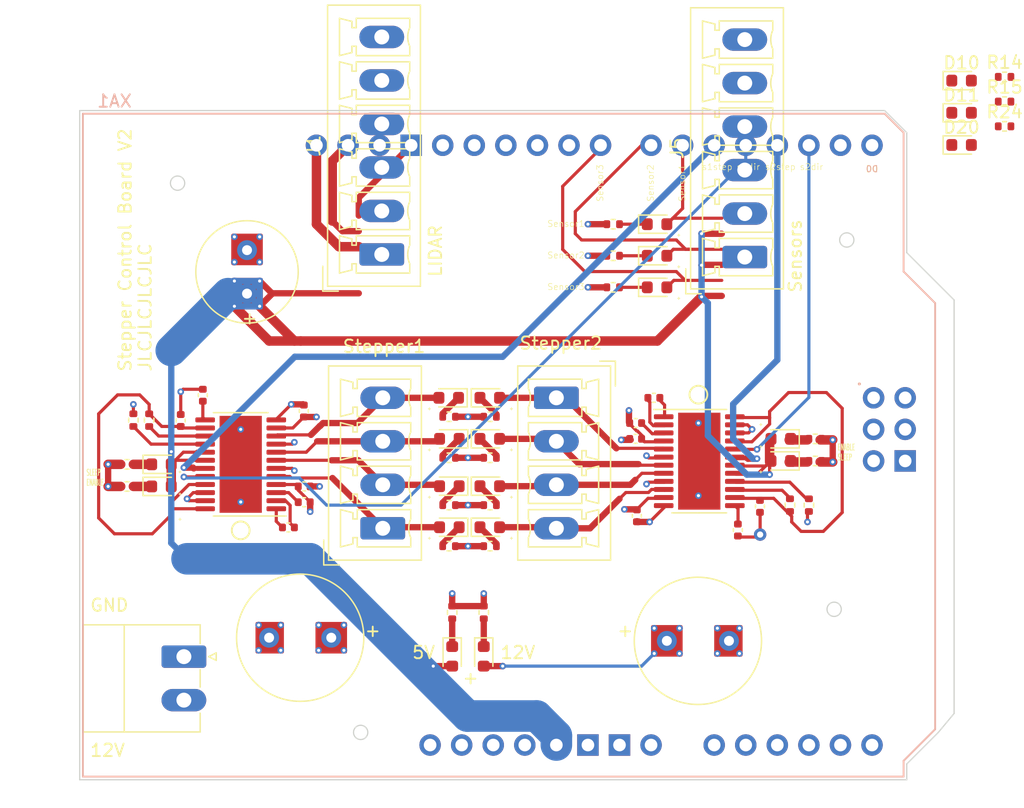
<source format=kicad_pcb>
(kicad_pcb (version 20221018) (generator pcbnew)
  (layers (0 "F.Cu" signal) (1 "In1.Cu" power) (2 "In2.Cu" power) (31 "B.Cu" signal) (34 "B.Paste" user) (35 "F.Paste" user) (36 "B.SilkS" user "B.Silkscreen") (37 "F.SilkS" user "F.Silkscreen") (38 "B.Mask" user) (39 "F.Mask" user) (44 "Edge.Cuts" user))
  (net 0 "")
  (net 1 "/Stepper2/CPH")
  (net 2 "/Stepper2/CPL")
  (net 3 "+12V")
  (net 4 "/Stepper2/VCP")
  (net 5 "/Stepper1/CPH")
  (net 6 "/Stepper1/CPL")
  (net 7 "/Stepper1/VCP")
  (net 8 "GND")
  (net 9 "/Stepper1/DVDD")
  (net 10 "/Stepper1/AVDD")
  (net 11 "/Stepper2/DVDD")
  (net 12 "/Stepper2/AVDD")
  (net 13 "+5V")
  (net 14 "Net-(D1-K)")
  (net 15 "Net-(D2-K)")
  (net 16 "S1_BOUT1")
  (net 17 "Net-(D3-K)")
  (net 18 "S2_BOUT1")
  (net 19 "Net-(D4-K)")
  (net 20 "S1_BOUT2")
  (net 21 "Net-(D5-K)")
  (net 22 "S2_BOUT2")
  (net 23 "Net-(D6-K)")
  (net 24 "S1_AOUT2")
  (net 25 "Net-(D7-K)")
  (net 26 "S2_AOUT2")
  (net 27 "Net-(D8-K)")
  (net 28 "S1_AOUT1")
  (net 29 "Net-(D9-K)")
  (net 30 "S2_AOUT1")
  (net 31 "Net-(D12-K)")
  (net 32 "Net-(D13-K)")
  (net 33 "Net-(D14-K)")
  (net 34 "Net-(D16-K)")
  (net 35 "Net-(D17-K)")
  (net 38 "SCL")
  (net 39 "SDA")
  (net 40 "D6")
  (net 41 "D7")
  (net 42 "D8")
  (net 43 "/Stepper1/RREF")
  (net 44 "/Stepper1/nFAULT")
  (net 45 "/Stepper2/nFAULT")
  (net 46 "/Stepper2/RREF")
  (net 47 "S2_STEP")
  (net 48 "S2_DIR")
  (net 49 "S1_STEP")
  (net 50 "S1_DIR")
  (net 74 "Net-(D15-K)")
  (net 75 "Net-(D18-K)")
  (net 76 "Net-(D19-K)")
  (net 77 "Net-(D10-K)")
  (net 78 "Net-(D11-K)")
  (net 79 "Net-(D20-K)")
  (footprint "Resistor_SMD:R_0402_1005Metric" (layer "F.Cu") (at 97.026 59.986)
    (fp_text reference "R15")
    (fp_text value "330")
  )
  (footprint "Resistor_SMD:R_0402_1005Metric" (layer "F.Cu") (at 26.924 85.615 90)
    (fp_text reference "R1")
    (fp_text value "30k")
  )
  (footprint "Resistor_SMD:R_0402_1005Metric" (layer "F.Cu") (at 81.28 92.458 -90)
    (fp_text reference "R4")
    (fp_text value "30k")
  )
  (footprint "Connector_Phoenix_MC:PhoenixContact_MCV_1,5_4-G-3.5_1x04_P3.50mm_Vertical" (layer "F.Cu") (at 60.96 83.82 -90)
    (fp_text reference "J3")
    (fp_text value "Stepper2")
  )
  (footprint "LED_SMD:LED_0603_1608Metric" (layer "F.Cu") (at 79.0195 87.122 180)
    (fp_text reference "D17")
    (fp_text value "LED")
  )
  (footprint "Resistor_SMD:R_0402_1005Metric" (layer "F.Cu") (at 55.624 92.456 180)
    (fp_text reference "R9")
    (fp_text value "330")
  )
  (footprint "LED_SMD:LED_0603_1608Metric" (layer "F.Cu") (at 55.6005 83.82)
    (fp_text reference "D9")
    (fp_text value "LED")
  )
  (footprint "LED_SMD:LED_0603_1608Metric" (layer "F.Cu") (at 93.566 63.476)
    (fp_text reference "D20")
    (fp_text value "LED")
  )
  (footprint "LED_SMD:LED_0603_1608Metric" (layer "F.Cu") (at 29.1845 90.951)
    (fp_text reference "D16")
    (fp_text value "LED")
  )
  (footprint "Capacitor_SMD:C_0402_1005Metric" (layer "F.Cu") (at 67.338 85.852)
    (fp_text reference "C2")
    (fp_text value "220nF")
  )
  (footprint "LED_SMD:LED_0603_1608Metric" (layer "F.Cu") (at 55.6005 94.234)
    (fp_text reference "D3")
    (fp_text value "LED")
  )
  (footprint "Resistor_SMD:R_0402_1005Metric" (layer "F.Cu") (at 55.624 88.646 180)
    (fp_text reference "R11")
    (fp_text value "330")
  )
  (footprint "Resistor_SMD:R_0402_1005Metric" (layer "F.Cu") (at 26.414 89.173 180)
    (fp_text reference "R16")
    (fp_text value "330")
  )
  (footprint "Connector_Phoenix_MC:PhoenixContact_MCV_1,5_4-G-3.5_1x04_P3.50mm_Vertical" (layer "F.Cu") (at 46.99 94.32 90)
    (fp_text reference "J2")
    (fp_text value "Stepper1")
  )
  (footprint "Capacitor_SMD:C_0402_1005Metric" (layer "F.Cu") (at 40.668 90.951)
    (fp_text reference "C6")
    (fp_text value "10nF")
  )
  (footprint "Connector_Phoenix_MC:PhoenixContact_MCV_1,5_6-G-3.5_1x06_P3.50mm_Vertical" (layer "F.Cu") (at 76.12 72.495 90)
    (fp_text reference "J5")
    (fp_text value "Sensors")
  )
  (footprint "LED_SMD:LED_0603_1608Metric" (layer "F.Cu") (at 52.3495 94.234 180)
    (fp_text reference "D8")
    (fp_text value "LED")
  )
  (footprint "Capacitor_SMD:C_0402_1005Metric" (layer "F.Cu") (at 40.64 84.883 90)
    (fp_text reference "C5")
    (fp_text value "10nF")
  )
  (footprint "Resistor_SMD:R_0402_1005Metric" (layer "F.Cu") (at 55.118 101.09 90)
    (fp_text reference "R5")
    (fp_text value "330")
  )
  (footprint "Resistor_SMD:R_0402_1005Metric" (layer "F.Cu") (at 81.79 88.9)
    (fp_text reference "R17")
    (fp_text value "330")
  )
  (footprint "LED_SMD:LED_0603_1608Metric" (layer "F.Cu") (at 55.118 104.6225 -90)
    (fp_text reference "D1")
    (fp_text value "LED")
  )
  (footprint "LED_SMD:LED_0603_1608Metric" (layer "F.Cu") (at 55.6005 87.122)
    (fp_text reference "D7")
    (fp_text value "LED")
  )
  (footprint "Resistor_SMD:R_0402_1005Metric" (layer "F.Cu") (at 28.194 85.619 -90)
    (fp_text reference "R2")
    (fp_text value "10k")
  )
  (footprint "Capacitor_SMD:C_0402_1005Metric" (layer "F.Cu") (at 77.343 92.555 -90)
    (fp_text reference "C13")
    (fp_text value "470nF")
  )
  (footprint "Capacitor_SMD:C_0402_1005Metric" (layer "F.Cu") (at 68.806 83.82)
    (fp_text reference "C1")
    (fp_text value "22nF")
  )
  (footprint "LED_SMD:LED_0603_1608Metric" (layer "F.Cu") (at 29.1845 89.173)
    (fp_text reference "D12")
    (fp_text value "LED")
  )
  (footprint "arduino-library:Arduino_Uno_R3_Shield" (layer "F.Cu") (at 22.86 114.3)
    (fp_text reference "XA1")
    (fp_text value "Arduino_Uno_R3_Shield")
  )
  (footprint "LED_SMD:LED_0603_1608Metric" (layer "F.Cu") (at 52.2985 83.82 180)
    (fp_text reference "D2")
    (fp_text value "LED")
  )
  (footprint "Resistor_SMD:R_0402_1005Metric" (layer "F.Cu") (at 55.624 85.344 180)
    (fp_text reference "R13")
    (fp_text value "330")
  )
  (footprint "Resistor_SMD:R_0402_1005Metric" (layer "F.Cu") (at 79.756 92.454 90)
    (fp_text reference "R3")
    (fp_text value "10k")
  )
  (footprint "LED_SMD:LED_0603_1608Metric" (layer "F.Cu") (at 52.3495 90.932 180)
    (fp_text reference "D6")
    (fp_text value "LED")
  )
  (footprint "Resistor_SMD:R_0402_1005Metric" (layer "F.Cu") (at 97.026 57.996)
    (fp_text reference "R14")
    (fp_text value "330")
  )
  (footprint "LED_SMD:LED_0603_1608Metric" (layer "F.Cu") (at 79.0195 88.9 180)
    (fp_text reference "D13")
    (fp_text value "LED")
  )
  (footprint "Capacitor_THT:C_Radial_D10.0mm_H12.5mm_P5.00mm" (layer "F.Cu") (at 69.85 103.378)
    (fp_text reference "C12")
    (fp_text value "150uf")
  )
  (footprint "Resistor_SMD:R_0402_1005Metric" (layer "F.Cu") (at 81.788 87.122)
    (fp_text reference "R21")
    (fp_text value "330")
  )
  (footprint "Resistor_SMD:R_0402_1005Metric" (layer "F.Cu") (at 65.53 69.85 180)
    (fp_text reference "R19")
    (fp_text value "330")
  )
  (footprint "LED_SMD:LED_0603_1608Metric" (layer "F.Cu") (at 52.578 104.6225 -90)
    (fp_text reference "D14")
    (fp_text value "LED")
  )
  (footprint "Capacitor_THT:C_Radial_D10.0mm_H12.5mm_P5.00mm" (layer "F.Cu") (at 42.846 103.124 180)
    (fp_text reference "C7")
    (fp_text value "150uf")
  )
  (footprint "Capacitor_THT:C_Radial_D8.0mm_H11.5mm_P3.50mm" (layer "F.Cu") (at 36.068 75.438 90)
    (fp_text reference "C15")
    (fp_text value "680uF")
  )
  (footprint "LED_SMD:LED_0603_1608Metric" (layer "F.Cu") (at 52.3495 87.122 180)
    (fp_text reference "D4")
    (fp_text value "LED")
  )
  (footprint "LED_SMD:LED_0603_1608Metric" (layer "F.Cu") (at 93.566 58.296)
    (fp_text reference "D10")
    (fp_text value "LED")
  )
  (footprint "LED_SMD:LED_0603_1608Metric" (layer "F.Cu") (at 69.0625 74.93)
    (fp_text reference "D19")
    (fp_text value "LED")
  )
  (footprint "Resistor_SMD:R_0402_1005Metric" (layer "F.Cu") (at 52.326 92.456)
    (fp_text reference "R10")
    (fp_text value "330")
  )
  (footprint "Capacitor_SMD:C_0402_1005Metric" (layer "F.Cu") (at 67.338 87.122 180)
    (fp_text reference "C10")
    (fp_text value "10nF")
  )
  (footprint "Package_SO:HTSSOP-24-1EP_4.4x7.8mm_P0.65mm_EP3.4x7.8mm_Mask2.4x2.98mm" (layer "F.Cu") (at 72.4585 88.919)
    (fp_text reference "U1")
    (fp_text value "~")
  )
  (footprint "Resistor_SMD:R_0402_1005Metric" (layer "F.Cu") (at 52.578 101.09 90)
    (fp_text reference "R18")
    (fp_text value "330")
  )
  (footprint "Resistor_SMD:R_0402_1005Metric" (layer "F.Cu") (at 65.53 74.93 180)
    (fp_text reference "R23")
    (fp_text value "330")
  )
  (footprint "LED_SMD:LED_0603_1608Metric" (layer "F.Cu") (at 69.0625 69.85)
    (fp_text reference "D15")
    (fp_text value "LED")
  )
  (footprint "Resistor_SMD:R_0402_1005Metric" (layer "F.Cu") (at 65.53 72.39 180)
    (fp_text reference "R22")
    (fp_text value "330")
  )
  (footprint "Capacitor_SMD:C_0402_1005Metric" (layer "F.Cu") (at 32.512 83.613 90)
    (fp_text reference "C9")
    (fp_text value "470nF")
  )
  (footprint "Capacitor_SMD:C_0402_1005Metric" (layer "F.Cu") (at 40.668 92.221 180)
    (fp_text reference "C4")
    (fp_text value "220nF")
  )
  (footprint "Capacitor_SMD:C_0402_1005Metric" (layer "F.Cu") (at 30.734 85.645 90)
    (fp_text reference "C8")
    (fp_text value "470nF")
  )
  (footprint "Capacitor_SMD:C_0402_1005Metric" (layer "F.Cu") (at 39.398 94.253 180)
    (fp_text reference "C3")
    (fp_text value "22nF")
  )
  (footprint "Connector_Phoenix_MC:PhoenixContact_MC_1,5_2-G-3.5_1x02_P3.50mm_Horizontal" (layer "F.Cu") (at 30.988 104.648 -90)
    (fp_text reference "J4")
    (fp_text value "PWR")
  )
  (footprint "Resistor_SMD:R_0402_1005Metric" (layer "F.Cu") (at 55.624 95.758 180)
    (fp_text reference "R7")
    (fp_text value "330")
  )
  (footprint "Package_SO:HTSSOP-24-1EP_4.4x7.8mm_P0.65mm_EP3.4x7.8mm_Mask2.4x2.98mm" (layer "F.Cu") (at 35.56 89.173 180)
    (fp_text reference "U2")
    (fp_text value "~")
  )
  (footprint "Capacitor_SMD:C_0402_1005Metric" (layer "F.Cu") (at 67.437 93.317 -90)
    (fp_text reference "C11")
    (fp_text value "10nF")
  )
  (footprint "Resistor_SMD:R_0402_1005Metric" (layer "F.Cu") (at 97.026 61.976)
    (fp_text reference "R24")
    (fp_text value "330")
  )
  (footprint "LED_SMD:LED_0603_1608Metric" (layer "F.Cu") (at 69.0625 72.39)
    (fp_text reference "D18")
    (fp_text value "LED")
  )
  (footprint "Resistor_SMD:R_0402_1005Metric" (layer "F.Cu") (at 52.326 85.344)
    (fp_text reference "R6")
    (fp_text value "330")
  )
  (footprint "LED_SMD:LED_0603_1608Metric" (layer "F.Cu") (at 55.6005 90.932)
    (fp_text reference "D5")
    (fp_text value "LED")
  )
  (footprint "Resistor_SMD:R_0402_1005Metric" (layer "F.Cu") (at 52.326 88.646)
    (fp_text reference "R8")
    (fp_text value "330")
  )
  (footprint "LED_SMD:LED_0603_1608Metric" (layer "F.Cu") (at 93.566 60.886)
    (fp_text reference "D11")
    (fp_text value "LED")
  )
  (footprint "Resistor_SMD:R_0402_1005Metric" (layer "F.Cu") (at 26.414 90.951 180)
    (fp_text reference "R20")
    (fp_text value "330")
  )
  (footprint "Capacitor_SMD:C_0402_1005Metric" (layer "F.Cu") (at 75.565 94.46 -90)
    (fp_text reference "C14")
    (fp_text value "470nF")
  )
  (footprint "Resistor_SMD:R_0402_1005Metric" (layer "F.Cu") (at 52.322 95.758)
    (fp_text reference "R12")
    (fp_text value "330")
  )
  (footprint "Connector_Phoenix_MC:PhoenixContact_MCV_1,5_6-G-3.5_1x06_P3.50mm_Vertical" (layer "F.Cu") (at 46.91 72.285 90)
    (fp_text reference "J1")
    (fp_text value "FLIR")
  )
  (gr_circle (center 72.39 83.566) (end 72.898 84.074) (stroke (width 0.15)) (fill none) (layer "F.SilkS"))
  (gr_circle (center 35.56 94.488) (end 36.068 94.996) (stroke (width 0.15)) (fill none) (layer "F.SilkS"))
  (gr_line (start 92.964 109.22) (end 92.964 75.946) (stroke (width 0.1)) (layer "Edge.Cuts"))
  (gr_line (start 22.606 60.706) (end 22.606 114.554) (stroke (width 0.1)) (layer "Edge.Cuts"))
  (gr_line (start 89.154 72.136) (end 89.154 62.484) (stroke (width 0.1)) (layer "Edge.Cuts"))
  (gr_line (start 87.376 60.706) (end 22.606 60.706) (stroke (width 0.1)) (layer "Edge.Cuts"))
  (gr_line (start 22.606 114.554) (end 89.154 114.554) (stroke (width 0.1)) (layer "Edge.Cuts"))
  (gr_circle (center 83.312 100.838) (end 83.888 100.838) (stroke (width 0.1)) (fill none) (layer "Edge.Cuts"))
  (gr_line (start 89.154 114.554) (end 89.154 113.284) (stroke (width 0.1)) (layer "Edge.Cuts"))
  (gr_circle (center 45.212 110.744) (end 45.788 110.744) (stroke (width 0.1)) (fill none) (layer "Edge.Cuts"))
  (gr_circle (center 84.328 71.12) (end 84.904 71.12) (stroke (width 0.1)) (fill none) (layer "Edge.Cuts"))
  (gr_line (start 92.964 75.946) (end 89.154 72.136) (stroke (width 0.1)) (layer "Edge.Cuts"))
  (gr_line (start 89.154 113.284) (end 91.694 110.744) (stroke (width 0.1)) (layer "Edge.Cuts"))
  (gr_line (start 91.694 110.744) (end 92.964 109.22) (stroke (width 0.1)) (layer "Edge.Cuts"))
  (gr_line (start 89.154 62.484) (end 87.376 60.706) (stroke (width 0.1)) (layer "Edge.Cuts"))
  (gr_circle (center 30.48 66.548) (end 31.056 66.548) (stroke (width 0.1)) (fill none) (layer "Edge.Cuts"))
  (gr_text "GND" (at 23.368 101.092) (layer "F.SilkS") (effects (font (size 1 1)) (justify left bottom)))
  (gr_text "s2step" (at 77.724 65.532) (layer "F.SilkS") (effects (font (size 0.5 0.5) (thickness 0.05)) (justify left bottom)))
  (gr_text "+" (at 70.612 75.946) (layer "F.SilkS") (effects (font (size 0.25 0.25) (thickness 0.0625)) (justify left bottom)))
  (gr_text "+" (at 77.216 89.916) (layer "F.SilkS") (effects (font (size 0.25 0.25) (thickness 0.0625)) (justify left bottom)))
  (gr_text "12V" (at 56.388 104.902) (layer "F.SilkS") (effects (font (size 1 1)) (justify left bottom)))
  (gr_text "+" (at 50.546 91.948) (layer "F.SilkS") (effects (font (size 0.25 0.25) (thickness 0.0625)) (justify left bottom)))
  (gr_text "ENABLE\nSLEEP" (at 83.566 88.9) (layer "F.SilkS") (effects (font (size 0.5 0.25) (thickness 0.0625)) (justify left bottom)))
  (gr_text "+" (at 57.15 95.25) (layer "F.SilkS") (effects (font (size 0.25 0.25) (thickness 0.0625)) (justify left bottom)))
  (gr_text "Sensor3" (at 64.77 68.072 90) (layer "F.SilkS") (effects (font (size 0.5 0.5) (thickness 0.05)) (justify left bottom)))
  (gr_text "+" (at 57.15 84.836) (layer "F.SilkS") (effects (font (size 0.25 0.25) (thickness 0.0625)) (justify left bottom)))
  (gr_text "+" (at 45.466 103.124) (layer "F.SilkS") (effects (font (size 1 1)) (justify left bottom)))
  (gr_text "LIDAR" (at 51.816 74.168 90) (layer "F.SilkS") (effects (font (size 1 1)) (justify left bottom)))
  (gr_text "SLEEP\nENABLE" (at 23.114 90.932) (layer "F.SilkS") (effects (font (size 0.5 0.25) (thickness 0.0625)) (justify left bottom)))
  (gr_text "Sensor1" (at 71.374 68.072 90) (layer "F.SilkS") (effects (font (size 0.5 0.5) (thickness 0.05)) (justify left bottom)))
  (gr_text "Stepper Control Board V2\nJLCJLCJLCJLC" (at 28.448 81.788 90) (layer "F.SilkS") (effects (font (size 1 1)) (justify left bottom)))
  (gr_text "+" (at 50.546 84.836) (layer "F.SilkS") (effects (font (size 0.25 0.25) (thickness 0.0625)) (justify left bottom)))
  (gr_text "+" (at 30.48 89.916) (layer "F.SilkS") (effects (font (size 0.25 0.25) (thickness 0.0625)) (justify left bottom)))
  (gr_text "Sensors" (at 80.772 75.438 90) (layer "F.SilkS") (effects (font (size 1 1)) (justify left bottom)))
  (gr_text "Sensor2" (at 68.834 68.072 90) (layer "F.SilkS") (effects (font (size 0.5 0.5) (thickness 0.05)) (justify left bottom)))
  (gr_text "+" (at 70.612 70.866) (layer "F.SilkS") (effects (font (size 0.25 0.25) (thickness 0.0625)) (justify left bottom)))
  (gr_text "Sensor3" (at 60.198 75.184) (layer "F.SilkS") (effects (font (size 0.5 0.5) (thickness 0.05)) (justify left bottom)))
  (gr_text "12V" (at 23.368 112.776) (layer "F.SilkS") (effects (font (size 1 1)) (justify left bottom)))
  (gr_text "+" (at 53.34 106.934) (layer "F.SilkS") (effects (font (size 1 1)) (justify left bottom)))
  (gr_text "+" (at 65.786 103.124) (layer "F.SilkS") (effects (font (size 1 1)) (justify left bottom)))
  (gr_text "+" (at 57.15 88.138) (layer "F.SilkS") (effects (font (size 0.25 0.25) (thickness 0.0625)) (justify left bottom)))
  (gr_text "+" (at 57.15 91.948) (layer "F.SilkS") (effects (font (size 0.25 0.25) (thickness 0.0625)) (justify left bottom)))
  (gr_text "+" (at 50.546 88.138) (layer "F.SilkS") (effects (font (size 0.25 0.25) (thickness 0.0625)) (justify left bottom)))
  (gr_text "Stepper1" (at 43.688 80.264) (layer "F.SilkS") (effects (font (size 1 1)) (justify left bottom)))
  (gr_text "Sensor2" (at 60.198 72.644) (layer "F.SilkS") (effects (font (size 0.5 0.5) (thickness 0.05)) (justify left bottom)))
  (gr_text "+" (at 77.216 86.106) (layer "F.SilkS") (effects (font (size 0.25 0.25) (thickness 0.0625)) (justify left bottom)))
  (gr_text "+" (at 30.48 91.694) (layer "F.SilkS") (effects (font (size 0.25 0.25) (thickness 0.0625)) (justify left bottom)))
  (gr_text "Sensor1" (at 60.198 70.104) (layer "F.SilkS") (effects (font (size 0.5 0.5) (thickness 0.05)) (justify left bottom)))
  (gr_text "+" (at 77.216 87.884) (layer "F.SilkS") (effects (font (size 0.25 0.25) (thickness 0.0625)) (justify left bottom)))
  (gr_text "+" (at 70.612 73.406) (layer "F.SilkS") (effects (font (size 0.25 0.25) (thickness 0.0625)) (justify left bottom)))
  (gr_text "+" (at 35.56 77.978) (layer "F.SilkS") (effects (font (size 1 1)) (justify left bottom)))
  (gr_text "Stepper2" (at 57.912 80.01) (layer "F.SilkS") (effects (font (size 1 1)) (justify left bottom)))
  (gr_text "+" (at 50.546 95.25) (layer "F.SilkS") (effects (font (size 0.25 0.25) (thickness 0.0625)) (justify left bottom)))
  (gr_text "s1dir" (at 75.438 65.532) (layer "F.SilkS") (effects (font (size 0.5 0.5) (thickness 0.05)) (justify left bottom)))
  (gr_text "s2dir" (at 80.518 65.532) (layer "F.SilkS") (effects (font (size 0.5 0.5) (thickness 0.05)) (justify left bottom)))
  (gr_text "5V" (at 49.276 104.902) (layer "F.SilkS") (effects (font (size 1 1)) (justify left bottom)))
  (gr_text "+" (at 30.48 93.726) (layer "F.SilkS") (effects (font (size 0.25 0.25) (thickness 0.0625)) (justify left bottom)))
  (gr_text "s1step" (at 72.644 65.532) (layer "F.SilkS") (effects (font (size 0.5 0.5) (thickness 0.05)) (justify left bottom)))
  (segment (start 69.667393 86.059) (end 68.759893 86.059) (width 0.254) (layer "F.Cu") (net 1))
  (segment (start 68.759893 86.059) (end 68.4815 85.780607) (width 0.254) (layer "F.Cu") (net 1))
  (segment (start 68.4815 84.173607) (end 68.211893 83.904) (width 0.254) (layer "F.Cu") (net 1))
  (segment (start 68.4815 85.780607) (end 68.4815 84.173607) (width 0.254) (layer "F.Cu") (net 1))
  (segment (start 69.667393 85.409) (end 69.667393 84.3995) (width 0.254) (layer "F.Cu") (net 2))
  (segment (start 69.667393 84.3995) (end 69.171893 83.904) (width 0.254) (layer "F.Cu") (net 2))
  (segment (start 66.802 85.862438) (end 66.802 85.852) (width 0.254) (layer "F.Cu") (net 3))
  (segment (start 40.035 90.798) (end 40.188 90.951) (width 0.254) (layer "F.Cu") (net 3))
  (segment (start 40.188 91.250562) (end 41.148 92.210562) (width 0.254) (layer "F.Cu") (net 3))
  (segment (start 40.64 85.363) (end 39.755 86.248) (width 0.254) (layer "F.Cu") (net 3))
  (segment (start 41.148 92.221) (end 41.148 92.983) (width 0.508) (layer "F.Cu") (net 3))
  (segment (start 66.802 84.836) (end 66.802 85.796107) (width 0.508) (layer "F.Cu") (net 3))
  (segment (start 67.901893 86.906438) (end 67.484455 86.489) (width 0.254) (layer "F.Cu") (net 3))
  (segment (start 39.755 86.248) (end 38.4225 86.248) (width 0.254) (layer "F.Cu") (net 3))
  (segment (start 67.449893 92.794) (end 68.334893 91.909) (width 0.254) (layer "F.Cu") (net 3))
  (segment (start 68.334893 91.909) (end 69.667393 91.909) (width 0.254) (layer "F.Cu") (net 3))
  (segment (start 67.901893 87.206) (end 67.901893 86.906438) (width 0.254) (layer "F.Cu") (net 3))
  (segment (start 38.4225 90.798) (end 40.035 90.798) (width 0.254) (layer "F.Cu") (net 3))
  (segment (start 40.188 90.951) (end 40.188 91.250562) (width 0.254) (layer "F.Cu") (net 3))
  (segment (start 41.148 92.210562) (end 41.148 92.221) (width 0.254) (layer "F.Cu") (net 3))
  (segment (start 69.667393 87.359) (end 68.054893 87.359) (width 0.254) (layer "F.Cu") (net 3))
  (segment (start 68.054893 87.359) (end 67.901893 87.206) (width 0.254) (layer "F.Cu") (net 3))
  (segment (start 66.433893 92.794) (end 67.449893 92.794) (width 0.508) (layer "F.Cu") (net 3))
  (segment (start 55.118 105.41) (end 56.642 105.41) (width 0.508) (layer "F.Cu") (net 3))
  (segment (start 67.428562 86.489) (end 66.802 85.862438) (width 0.254) (layer "F.Cu") (net 3))
  (segment (start 67.484455 86.489) (end 67.428562 86.489) (width 0.254) (layer "F.Cu") (net 3))
  (segment (start 41.656 85.363) (end 40.64 85.363) (width 0.508) (layer "F.Cu") (net 3))
  (via (at 66.433893 92.794) (size 0.53) (drill 0.25) (layers "F.Cu" "B.Cu") (net 3))
  (via (at 56.642 105.41) (size 0.53) (drill 0.25) (layers "F.Cu" "B.Cu") (net 3))
  (via (at 68.834 104.394) (size 0.53) (drill 0.25) (layers "F.Cu" "B.Cu") (net 3))
  (via (at 41.83 104.14) (size 0.53) (drill 0.25) (layers "F.Cu" "B.Cu") (net 3))
  (via (at 70.866 104.394) (size 0.53) (drill 0.25) (layers "F.Cu" "B.Cu") (net 3))
  (via (at 41.656 85.363) (size 0.53) (drill 0.25) (layers "F.Cu" "B.Cu") (net 3))
  (via (at 70.866 102.362) (size 0.53) (drill 0.25) (layers "F.Cu" "B.Cu") (net 3))
  (via (at 41.148 92.983) (size 0.53) (drill 0.25) (layers "F.Cu" "B.Cu") (net 3))
  (via (at 68.834 102.362) (size 0.53) (drill 0.25) (layers "F.Cu" "B.Cu") (net 3))
  (via (at 66.802 84.836) (size 0.53) (drill 0.25) (layers "F.Cu" "B.Cu") (net 3))
  (via (at 43.862 102.108) (size 0.53) (drill 0.25) (layers "F.Cu" "B.Cu") (net 3))
  (via (at 43.862 104.14) (size 0.53) (drill 0.25) (layers "F.Cu" "B.Cu") (net 3))
  (via (at 41.83 102.108) (size 0.53) (drill 0.25) (layers "F.Cu" "B.Cu") (net 3))
  (segment (start 67.818 105.41) (end 68.834 104.394) (width 0.254) (layer "B.Cu") (net 3))
  (segment (start 56.642 105.41) (end 67.818 105.41) (width 0.254) (layer "B.Cu") (net 3))
  (segment (start 68.674893 86.709) (end 67.901893 85.936) (width 0.254) (layer "F.Cu") (net 4))
  (segment (start 69.667393 86.709) (end 68.674893 86.709) (width 0.254) (layer "F.Cu") (net 4))
  (segment (start 39.537 92.471131) (end 39.537 93.912) (width 0.254) (layer "F.Cu") (net 5))
  (segment (start 38.4225 92.098) (end 39.163869 92.098) (width 0.254) (layer "F.Cu") (net 5))
  (segment (start 39.537 93.912) (end 39.878 94.253) (width 0.254) (layer "F.Cu") (net 5))
  (segment (start 39.163869 92.098) (end 39.537 92.471131) (width 0.254) (layer "F.Cu") (net 5))
  (segment (start 38.4225 92.748) (end 38.4225 93.7575) (width 0.254) (layer "F.Cu") (net 6))
  (segment (start 38.4225 93.7575) (end 38.918 94.253) (width 0.254) (layer "F.Cu") (net 6))
  (segment (start 39.415 91.448) (end 40.188 92.221) (width 0.254) (layer "F.Cu") (net 7))
  (segment (start 38.4225 91.448) (end 39.415 91.448) (width 0.254) (layer "F.Cu") (net 7))
  (segment (start 81.165893 93.052) (end 81.165893 93.81) (width 0.254) (layer "F.Cu") (net 8))
  (segment (start 52.578 99.568) (end 52.578 100.58) (width 0.508) (layer "F.Cu") (net 8))
  (segment (start 39.725 87.548) (end 39.878 87.395) (width 0.254) (layer "F.Cu") (net 8))
  (segment (start 39.695 89.498) (end 39.878 89.681) (width 0.254) (layer "F.Cu") (net 8))
  (segment (start 25.904 89.173) (end 24.892 89.173) (width 0.762) (layer "F.Cu") (net 8))
  (segment (start 31.392 92.098) (end 31.242 91.948) (width 0.254) (layer "F.Cu") (net 8))
  (segment (start 65.02 72.39) (end 63.5 72.39) (width 0.508) (layer "F.Cu") (net 8))
  (segment (start 67.505893 93.81) (end 67.449893 93.754) (width 0.508) (layer "F.Cu") (net 8))
  (segment (start 82.185893 87.206) (end 83.197893 87.206) (width 0.762) (layer "F.Cu") (net 8))
  (segment (start 69.667393 92.6085) (end 68.465893 93.81) (width 0.254) (layer "F.Cu") (net 8))
  (segment (start 75.577893 95.024) (end 77.157893 95.024) (width 0.254) (layer "F.Cu") (net 8))
  (segment (start 66.941893 87.206) (end 66.179893 87.206) (width 0.508) (layer "F.Cu") (net 8))
  (segment (start 52.836 92.456) (end 53.848 92.456) (width 0.508) (layer "F.Cu") (net 8))
  (segment (start 52.836 85.344) (end 53.848 85.344) (width 0.508) (layer "F.Cu") (net 8))
  (segment (start 32.6975 91.448) (end 31.742 91.448) (width 0.254) (layer "F.Cu") (net 8))
  (segment (start 40.584 84.347) (end 40.64 84.403) (width 0.508) (layer "F.Cu") (net 8))
  (segment (start 38.4225 85.598) (end 38.4225 85.5485) (width 0.254) (layer "F.Cu") (net 8))
  (segment (start 52.832 95.758) (end 53.848 95.758) (width 0.508) (layer "F.Cu") (net 8))
  (segment (start 39.624 84.347) (end 40.584 84.347) (width 0.508) (layer "F.Cu") (net 8))
  (segment (start 68.465893 93.81) (end 67.505893 93.81) (width 0.508) (layer "F.Cu") (net 8))
  (segment (start 38.4225 85.5485) (end 39.624 84.347) (width 0.254) (layer "F.Cu") (net 8))
  (segment (start 69.667393 88.659) (end 68.394893 88.659) (width 0.254) (layer "F.Cu") (net 8))
  (segment (start 83.197893 87.206) (end 83.197893 88.984) (width 0.508) (layer "F.Cu") (net 8))
  (segment (start 55.114 92.456) (end 53.848 92.456) (width 0.508) (layer "F.Cu") (net 8))
  (segment (start 55.118 99.568) (end 55.118 100.58) (width 0.508) (layer "F.Cu") (net 8))
  (segment (start 55.114 88.646) (end 53.848 88.646) (width 0.508) (layer "F.Cu") (net 8))
  (segment (start 41.148 90.951) (end 41.91 90.951) (width 0.508) (layer "F.Cu") (net 8))
  (segment (start 65.02 74.93) (end 63.5 74.93) (width 0.508) (layer "F.Cu") (net 8))
  (segment (start 32.512 83.133) (end 30.932 83.133) (width 0.254) (layer "F.Cu") (net 8))
  (segment (start 75.321 85.994) (end 76.342 85.994) (width 0.254) (layer "F.Cu") (net 8))
  (segment (start 24.892 89.173) (end 24.892 90.951) (width 0.508) (layer "F.Cu") (net 8))
  (segment (start 82.185893 88.984) (end 83.197893 88.984) (width 0.762) (layer "F.Cu") (net 8))
  (segment (start 38.4225 89.498) (end 39.695 89.498) (width 0.254) (layer "F.Cu") (net 8))
  (segment (start 25.904 90.951) (end 24.892 90.951) (width 0.762) (layer "F.Cu") (net 8))
  (segment (start 68.394893 88.659) (end 68.211893 88.476) (width 0.254) (layer "F.Cu") (net 8))
  (segment (start 69.667393 92.559) (end 69.667393 92.6085) (width 0.254) (layer "F.Cu") (net 8))
  (segment (start 52.836 88.646) (end 53.848 88.646) (width 0.508) (layer "F.Cu") (net 8))
  (segment (start 26.924 85.105) (end 26.924 84.347) (width 0.254) (layer "F.Cu") (net 8))
  (segment (start 76.342 85.994) (end 76.708 86.36) (width 0.254) (layer "F.Cu") (net 8))
  (segment (start 55.114 95.758) (end 53.848 95.758) (width 0.508) (layer "F.Cu") (net 8))
  (segment (start 77.157893 95.024) (end 77.355893 94.826) (width 0.254) (layer "F.Cu") (net 8))
  (segment (start 69.667393 90.609) (end 68.364893 90.609) (width 0.254) (layer "F.Cu") (net 8))
  (segment (start 65.02 69.85) (end 63.5 69.85) (width 0.508) (layer "F.Cu") (net 8))
  (segment (start 31.742 91.448) (end 31.242 91.948) (width 0.254) (layer "F.Cu") (net 8))
  (segment (start 45.06 67.716) (end 49.276 63.5) (width 0.508) (layer "F.Cu") (net 8))
  (segment (start 30.932 83.133) (end 30.734 83.331) (width 0.254) (layer "F.Cu") (net 8))
  (segment (start 32.6975 92.098) (end 31.392 92.098) (width 0.254) (layer "F.Cu") (net 8))
  (segment (start 75.321 86.644) (end 76.424 86.644) (width 0.254) (layer "F.Cu") (net 8))
  (segment (start 38.4225 87.548) (end 39.725 87.548) (width 0.254) (layer "F.Cu") (net 8))
  (segment (start 77.355893 92.992) (end 77.355893 94.826) (width 0.254) (layer "F.Cu") (net 8))
  (segment (start 68.364893 90.609) (end 68.211893 90.762) (width 0.254) (layer "F.Cu") (net 8))
  (segment (start 45.06 69.16) (end 45.06 67.716) (width 0.508) (layer "F.Cu") (net 8))
  (segment (start 52.578 100.58) (end 55.118 100.58) (width 0.508) (layer "F.Cu") (net 8))
  (segment (start 76.424 86.644) (end 76.708 86.36) (width 0.254) (layer "F.Cu") (net 8))
  (segment (start 55.114 85.344) (end 53.848 85.344) (width 0.508) (layer "F.Cu") (net 8))
  (segment (start 30.734 85.165) (end 30.734 83.331) (width 0.254) (layer "F.Cu") (net 8))
  (via (at 38.782 102.108) (size 0.53) (drill 0.25) (layers "F.Cu" "B.Cu") (net 8))
  (via (at 38.782 104.14) (size 0.53) (drill 0.25) (layers "F.Cu" "B.Cu") (net 8))
  (via (at 83.197893 87.206) (size 0.53) (drill 0.25) (layers "F.Cu" "B.Cu") (net 8))
  (via (at 73.914 102.362) (size 0.53) (drill 0.25) (layers "F.Cu" "B.Cu") (net 8))
  (via (at 37.084 72.898) (size 0.53) (drill 0.25) (layers "F.Cu" "B.Cu") (net 8))
  (via (at 24.892 90.951) (size 0.53) (drill 0.25) (layers "F.Cu" "B.Cu") (net 8))
  (via (at 68.211893 90.762) (size 0.53) (drill 0.25) (layers "F.Cu" "B.Cu") (net 8))
  (via (at 53.848 92.456) (size 0.53) (drill 0.25) (layers "F.Cu" "B.Cu") (net 8))
  (via (at 37.004 104.14) (size 0.53) (drill 0.25) (layers "F.Cu" "B.Cu") (net 8))
  (via (at 55.118 99.568) (size 0.53) (drill 0.25) (layers "F.Cu" "B.Cu") (net 8))
  (via (at 35.56 86.36) (size 0.53) (drill 0.25) (layers "F.Cu" "B.Cu") (net 8))
  (via (at 37.084 70.866) (size 0.53) (drill 0.25) (layers "F.Cu" "B.Cu") (net 8))
  (via (at 53.848 95.758) (size 0.53) (drill 0.25) (layers "F.Cu" "B.Cu") (net 8))
  (via (at 35.052 70.866) (size 0.53) (drill 0.25) (layers "F.Cu" "B.Cu") (net 8))
  (via (at 35.56 92.202) (size 0.53) (drill 0.25) (layers "F.Cu" "B.Cu") (net 8))
  (via (at 75.692 102.362) (size 0.53) (drill 0.25) (layers "F.Cu" "B.Cu") (net 8))
  (via (at 83.197893 88.984) (size 0.53) (drill 0.25) (layers "F.Cu" "B.Cu") (net 8))
  (via (at 63.5 74.93) (size 0.53) (drill 0.25) (layers "F.Cu" "B.Cu") (net 8))
  (via (at 72.39 91.694) (size 0.53) (drill 0.25) (layers "F.Cu" "B.Cu") (net 8))
  (via (at 26.924 84.347) (size 0.53) (drill 0.25) (layers "F.Cu" "B.Cu") (net 8))
  (via (at 31.242 91.948) (size 0.53) (drill 0.25) (layers "F.Cu" "B.Cu") (net 8))
  (via (at 53.848 88.646) (size 0.53) (drill 0.25) (layers "F.Cu" "B.Cu") (net 8))
  (via (at 77.355893 94.826) (size 1) (drill 0.5) (layers "F.Cu" "B.Cu") (net 8))
  (via (at 68.465893 93.81) (size 0.53) (drill 0.25) (layers "F.Cu" "B.Cu") (net 8))
  (via (at 81.165893 93.81) (size 0.53) (drill 0.25) (layers "F.Cu" "B.Cu") (net 8))
  (via (at 41.91 90.951) (size 0.53) (drill 0.25) (layers "F.Cu" "B.Cu") (net 8))
  (via (at 66.179893 87.206) (size 0.53) (drill 0.25) (layers "F.Cu" "B.Cu") (net 8))
  (via (at 75.692 104.394) (size 0.53) (drill 0.25) (layers "F.Cu" "B.Cu") (net 8))
  (via (at 72.39 85.852) (size 0.53) (drill 0.25) (layers "F.Cu" "B.Cu") (net 8))
  (via (at 24.892 89.173) (size 0.53) (drill 0.25) (layers "F.Cu" "B.Cu") (net 8))
  (via (at 73.914 104.394) (size 0.53) (drill 0.25) (layers "F.Cu" "B.Cu") (net 8))
  (via (at 30.734 83.331) (size 0.53) (drill 0.25) (layers "F.Cu" "B.Cu") (net 8))
  (via (at 52.578 99.568) (size 0.53) (drill 0.25) (layers "F.Cu" "B.Cu") (net 8))
  (via (at 37.004 102.108) (size 0.53) (drill 0.25) (layers "F.Cu" "B.Cu") (net 8))
  (via (at 35.052 72.898) (size 0.53) (drill 0.25) (layers "F.Cu" "B.Cu") (net 8))
  (via (at 63.5 69.85) (size 0.53) (drill 0.25) (layers "F.Cu" "B.Cu") (net 8))
  (via (at 68.211893 88.476) (size 0.53) (drill 0.25) (layers "F.Cu" "B.Cu") (net 8))
  (via (at 76.708 86.36) (size 0.53) (drill 0.25) (layers "F.Cu" "B.Cu") (net 8))
  (via (at 53.848 85.344) (size 0.53) (drill 0.25) (layers "F.Cu" "B.Cu") (net 8))
  (via (at 39.878 89.681) (size 0.53) (drill 0.25) (layers "F.Cu" "B.Cu") (net 8))
  (via (at 39.878 87.395) (size 0.53) (drill 0.25) (layers "F.Cu" "B.Cu") (net 8))
  (via (at 63.5 72.39) (size 0.53) (drill 0.25) (layers "F.Cu" "B.Cu") (net 8))
  (via (at 39.624 84.347) (size 0.53) (drill 0.25) (layers "F.Cu" "B.Cu") (net 8))
  (segment (start 25.4 94.761) (end 28.448 94.761) (width 0.254) (layer "F.Cu") (net 9))
  (segment (start 29.991 92.748) (end 32.6975 92.748) (width 0.254) (layer "F.Cu") (net 9))
  (segment (start 32.6975 90.798) (end 31.395 90.798) (width 0.254) (layer "F.Cu") (net 9))
  (segment (start 30.857 86.248) (end 30.734 86.125) (width 0.254) (layer "F.Cu") (net 9))
  (segment (start 25.654 83.585) (end 24.13 85.109) (width 0.254) (layer "F.Cu") (net 9))
  (segment (start 28.448 94.761) (end 29.972 93.237) (width 0.254) (layer "F.Cu") (net 9))
  (segment (start 29.21 86.125) (end 28.194 85.109) (width 0.254) (layer "F.Cu") (net 9))
  (segment (start 30.734 86.125) (end 29.21 86.125) (width 0.254) (layer "F.Cu") (net 9))
  (segment (start 29.972 93.237) (end 29.972 92.729) (width 0.254) (layer "F.Cu") (net 9))
  (segment (start 29.972 92.729) (end 29.991 92.748) (width 0.254) (layer "F.Cu") (net 9))
  (segment (start 28.194 85.109) (end 28.194 84.347) (width 0.254) (layer "F.Cu") (net 9))
  (segment (start 29.972 92.221) (end 29.972 92.729) (width 0.254) (layer "F.Cu") (net 9))
  (segment (start 31.395 90.798) (end 29.972 92.221) (width 0.254) (layer "F.Cu") (net 9))
  (segment (start 28.194 84.347) (end 27.432 83.585) (width 0.254) (layer "F.Cu") (net 9))
  (segment (start 27.432 83.585) (end 25.654 83.585) (width 0.254) (layer "F.Cu") (net 9))
  (segment (start 24.13 85.109) (end 24.13 93.491) (width 0.254) (layer "F.Cu") (net 9))
  (segment (start 32.6975 86.248) (end 30.857 86.248) (width 0.254) (layer "F.Cu") (net 9))
  (segment (start 24.13 93.491) (end 25.4 94.761) (width 0.254) (layer "F.Cu") (net 9))
  (segment (start 32.512 84.093) (end 32.512 85.4125) (width 0.254) (layer "F.Cu") (net 10))
  (segment (start 32.512 85.4125) (end 32.6975 85.598) (width 0.254) (layer "F.Cu") (net 10))
  (segment (start 82.689893 83.396) (end 79.641893 83.396) (width 0.254) (layer "F.Cu") (net 11))
  (segment (start 79.895893 93.81) (end 80.657893 94.572) (width 0.254) (layer "F.Cu") (net 11))
  (segment (start 76.694893 87.359) (end 78.117893 85.936) (width 0.254) (layer "F.Cu") (net 11))
  (segment (start 75.392393 87.359) (end 76.694893 87.359) (width 0.254) (layer "F.Cu") (net 11))
  (segment (start 78.447 91.909) (end 79.895893 93.357893) (width 0.254) (layer "F.Cu") (net 11))
  (segment (start 75.392393 91.909) (end 78.447 91.909) (width 0.254) (layer "F.Cu") (net 11))
  (segment (start 79.641893 83.396) (end 78.117893 84.92) (width 0.254) (layer "F.Cu") (net 11))
  (segment (start 79.895893 93.357893) (end 79.895893 93.81) (width 0.254) (layer "F.Cu") (net 11))
  (segment (start 83.959893 93.048) (end 83.959893 84.666) (width 0.254) (layer "F.Cu") (net 11))
  (segment (start 78.117893 85.428) (end 78.098893 85.409) (width 0.254) (layer "F.Cu") (net 11))
  (segment (start 80.657893 94.572) (end 82.435893 94.572) (width 0.254) (layer "F.Cu") (net 11))
  (segment (start 78.098893 85.409) (end 75.392393 85.409) (width 0.254) (layer "F.Cu") (net 11))
  (segment (start 78.117893 84.92) (end 78.117893 85.428) (width 0.254) (layer "F.Cu") (net 11))
  (segment (start 78.117893 85.936) (end 78.117893 85.428) (width 0.254) (layer "F.Cu") (net 11))
  (segment (start 83.959893 84.666) (end 82.689893 83.396) (width 0.254) (layer "F.Cu") (net 11))
  (segment (start 82.435893 94.572) (end 83.959893 93.048) (width 0.254) (layer "F.Cu") (net 11))
  (segment (start 75.577893 92.7445) (end 75.392393 92.559) (width 0.254) (layer "F.Cu") (net 12))
  (segment (start 75.577893 94.064) (end 75.577893 92.7445) (width 0.254) (layer "F.Cu") (net 12))
  (segment (start 78.117893 88.984) (end 77.142893 89.959) (width 0.254) (layer "F.Cu") (net 13))
  (segment (start 78.117893 90) (end 78.117893 87.206) (width 0.254) (layer "F.Cu") (net 13))
  (segment (start 38.072 75.41) (end 45.06 75.41) (width 0.508) (layer "F.Cu") (net 13))
  (segment (start 78.117893 90) (end 78.117893 88.984) (width 0.254) (layer "F.Cu") (net 13))
  (segment (start 29.972 89.173) (end 29.972 90.951) (width 0.762) (layer "F.Cu") (net 13))
  (segment (start 29.972 88.157) (end 29.972 89.173) (width 0.254) (layer "F.Cu") (net 13))
  (segment (start 39.878 79.248) (end 37.084 76.454) (width 0.762) (layer "F.Cu") (net 13))
  (segment (start 72.716 75.62) (end 72.644 75.692) (width 0.508) (layer "F.Cu") (net 13))
  (segment (start 37.846 79.248) (end 40.386 79.248) (width 0.762) (layer "F.Cu") (net 13))
  (segment (start 74.27 75.62) (end 72.716 75.62) (width 0.508) (layer "F.Cu") (net 13))
  (segment (start 30.297 88.848) (end 29.972 89.173) (width 0.254) (layer "F.Cu") (net 13))
  (segment (start 77.792893 89.309) (end 78.117893 88.984) (width 0.254) (layer "F.Cu") (net 13))
  (segment (start 40.386 79.248) (end 39.878 79.248) (width 0.508) (layer "F.Cu") (net 13))
  (segment (start 38.072 75.466) (end 38.072 75.41) (width 0.508) (layer "F.Cu") (net 13))
  (segment (start 72.652 70.62) (end 72.644 70.612) (width 0.508) (layer "F.Cu") (net 13))
  (segment (start 72.644 75.692) (end 69.088 79.248) (width 0.762) (layer "F.Cu") (net 13))
  (segment (start 78.117893 88.984) (end 78.117893 87.206) (width 0.762) (layer "F.Cu") (net 13))
  (segment (start 37.084 74.422) (end 38.072 75.41) (width 0.508) (layer "F.Cu") (net 13))
  (segment (start 74.27 70.62) (end 72.652 70.62) (width 0.508) (layer "F.Cu") (net 13))
  (segment (start 69.088 79.248) (end 40.386 79.248) (width 0.762) (layer "F.Cu") (net 13))
  (segment (start 74.27 73.12) (end 72.676 73.12) (width 0.508) (layer "F.Cu") (net 13))
  (segment (start 35.052 76.454) (end 37.846 79.248) (width 0.762) (layer "F.Cu") (net 13))
  (segment (start 72.676 73.12) (end 72.644 73.152) (width 0.508) (layer "F.Cu") (net 13))
  (segment (start 52.578 105.41) (end 51.054 105.41) (width 0.508) (layer "F.Cu") (net 13))
  (segment (start 29.972 88.157) (end 29.972 90.951) (width 0.254) (layer "F.Cu") (net 13))
  (segment (start 37.084 76.454) (end 38.072 75.466) (width 0.508) (layer "F.Cu") (net 13))
  (segment (start 30.947 88.198) (end 32.6975 88.198) (width 0.254) (layer "F.Cu") (net 13))
  (segment (start 75.392393 89.309) (end 77.792893 89.309) (width 0.254) (layer "F.Cu") (net 13))
  (segment (start 29.972 89.173) (end 30.947 88.198) (width 0.254) (layer "F.Cu") (net 13))
  (segment (start 32.6975 88.848) (end 30.297 88.848) (width 0.254) (layer "F.Cu") (net 13))
  (segment (start 77.142893 89.959) (end 75.392393 89.959) (width 0.254) (layer "F.Cu") (net 13))
  (via (at 72.644 70.612) (size 0.53) (drill 0.25) (layers "F.Cu" "B.Cu") (net 13))
  (via (at 51.054 105.41) (size 0.53) (drill 0.25) (layers "F.Cu" "B.Cu") (net 13))
  (via (at 72.644 75.692) (size 0.53) (drill 0.25) (layers "F.Cu" "B.Cu") (net 13))
  (via (at 35.052 74.422) (size 0.53) (drill 0.25) (layers "F.Cu" "B.Cu") (net 13))
  (via (at 35.052 76.454) (size 0.53) (drill 0.25) (layers "F.Cu" "B.Cu") (net 13))
  (via (at 37.084 76.454) (size 0.53) (drill 0.25) (layers "F.Cu" "B.Cu") (net 13))
  (via (at 29.972 88.157) (size 0.53) (drill 0.25) (layers "F.Cu" "B.Cu") (net 13))
  (via (at 78.117893 90) (size 0.53) (drill 0.25) (layers "F.Cu" "B.Cu") (net 13))
  (via (at 72.644 73.152) (size 0.53) (drill 0.25) (layers "F.Cu" "B.Cu") (net 13))
  (via (at 37.084 74.422) (size 0.53) (drill 0.25) (layers "F.Cu" "B.Cu") (net 13))
  (segment (start 29.972 88.157) (end 29.972 80.01) (width 0.508) (layer "B.Cu") (net 13))
  (segment (start 60.96 110.999791) (end 60.96 111.76) (width 2.54) (layer "B.Cu") (net 13))
  (segment (start 41.148 96.774) (end 53.8004 109.4264) (width 2.54) (layer "B.Cu") (net 13))
  (segment (start 35.052 74.422) (end 37.084 74.422) (width 0.508) (layer "B.Cu") (net 13))
  (segment (start 31.242 96.774) (end 41.148 96.774) (width 2.54) (layer "B.Cu") (net 13))
  (segment (start 73.152 86.868) (end 76.284 90) (width 0.508) (layer "B.Cu") (net 13))
  (segment (start 73.152 76.2) (end 73.152 86.868) (width 0.508) (layer "B.Cu") (net 13))
  (segment (start 37.084 76.454) (end 35.052 76.454) (width 0.508) (layer "B.Cu") (net 13))
  (segment (start 37.084 74.422) (end 37.084 76.454) (width 0.508) (layer "B.Cu") (net 13))
  (segment (start 29.972 95.504) (end 29.972 88.157) (width 0.508) (layer "B.Cu") (net 13))
  (segment (start 59.386609 109.4264) (end 60.96 110.999791) (width 2.54) (layer "B.Cu") (net 13))
  (segment (start 35.052 76.454) (end 35.052 74.422) (width 0.508) (layer "B.Cu") (net 13))
  (segment (start 31.242 96.774) (end 29.972 95.504) (width 0.508) (layer "B.Cu") (net 13))
  (segment (start 29.972 80.01) (end 34.544 75.438) (width 2.54) (layer "B.Cu") (net 13))
  (segment (start 76.284 90) (end 78.117893 90) (width 0.508) (layer "B.Cu") (net 13))
  (segment (start 34.544 75.438) (end 36.068 75.438) (width 0.508) (layer "B.Cu") (net 13))
  (segment (start 72.644 75.692) (end 73.152 76.2) (width 0.508) (layer "B.Cu") (net 13))
  (segment (start 72.644 75.692) (end 72.644 73.152) (width 0.508) (layer "B.Cu") (net 13))
  (segment (start 53.8004 109.4264) (end 59.386609 109.4264) (width 2.54) (layer "B.Cu") (net 13))
  (segment (start 72.644 73.152) (end 72.644 70.612) (width 0.508) (layer "B.Cu") (net 13))
  (segment (start 55.118 103.835) (end 55.118 101.6) (width 0.508) (layer "F.Cu") (net 14))
  (segment (start 53.086 83.82) (end 51.816 85.09) (width 0.508) (layer "F.Cu") (net 15))
  (segment (start 51.816 85.09) (end 51.816 85.344) (width 0.508) (layer "F.Cu") (net 15))
  (segment (start 44.958 85.852) (end 46.99 83.82) (width 0.508) (layer "F.Cu") (net 16))
  (segment (start 38.5175 86.803) (end 41.213 86.803) (width 0.254) (layer "F.Cu") (net 16))
  (segment (start 41.934 86.082) (end 41.95382 86.082) (width 0.508) (layer "F.Cu") (net 16))
  (segment (start 38.4225 86.898) (end 38.5175 86.803) (width 0.254) (layer "F.Cu") (net 16))
  (segment (start 42.18382 85.852) (end 44.958 85.852) (width 0.508) (layer "F.Cu") (net 16))
  (segment (start 41.213 86.803) (end 41.934 86.082) (width 0.508) (layer "F.Cu") (net 16))
  (segment (start 41.95382 86.082) (end 42.18382 85.852) (width 0.508) (layer "F.Cu") (net 16))
  (segment (start 46.99 83.82) (end 51.511 83.82) (width 0.508) (layer "F.Cu") (net 16))
  (segment (start 56.134 95.555) (end 56.134 95.758) (width 0.508) (layer "F.Cu") (net 17))
  (segment (start 54.813 94.234) (end 56.134 95.555) (width 0.508) (layer "F.Cu") (net 17))
  (segment (start 69.596 91.194) (end 68.617108 91.194) (width 0.254) (layer "F.Cu") (net 18))
  (segment (start 68.371108 91.44) (end 66.548 91.44) (width 0.254) (layer "F.Cu") (net 18))
  (segment (start 63.668 94.32) (end 60.96 94.32) (width 0.508) (layer "F.Cu") (net 18))
  (segment (start 66.04 91.948) (end 63.668 94.32) (width 0.508) (layer "F.Cu") (net 18))
  (segment (start 66.548 91.44) (end 66.04 91.948) (width 0.254) (layer "F.Cu") (net 18))
  (segment (start 60.874 94.234) (end 60.96 94.32) (width 0.508) (layer "F.Cu") (net 18))
  (segment (start 56.388 94.234) (end 60.874 94.234) (width 0.508) (layer "F.Cu") (net 18))
  (segment (start 69.667393 91.259) (end 69.602393 91.194) (width 0.254) (layer "F.Cu") (net 18))
  (segment (start 68.617108 91.194) (end 68.371108 91.44) (width 0.254) (layer "F.Cu") (net 18))
  (segment (start 51.816 88.443) (end 51.816 88.646) (width 0.508) (layer "F.Cu") (net 19))
  (segment (start 53.137 87.122) (end 51.816 88.443) (width 0.508) (layer "F.Cu") (net 19))
  (segment (start 46.99 87.32) (end 51.364 87.32) (width 0.508) (layer "F.Cu") (net 20))
  (segment (start 41.712 87.32) (end 46.99 87.32) (width 0.508) (layer "F.Cu") (net 20))
  (segment (start 40.834 88.198) (end 41.712 87.32) (width 0.254) (layer "F.Cu") (net 20))
  (segment (start 38.4225 88.198) (end 40.834 88.198) (width 0.254) (layer "F.Cu") (net 20))
  (segment (start 51.364 87.32) (end 51.562 87.122) (width 0.508) (layer "F.Cu") (net 20))
  (segment (start 54.813 90.932) (end 56.134 92.253) (width 0.508) (layer "F.Cu") (net 21))
  (segment (start 56.134 92.253) (end 56.134 92.456) (width 0.508) (layer "F.Cu") (net 21))
  (segment (start 67.84 89.894) (end 67.31 90.424) (width 0.254) (layer "F.Cu") (net 22))
  (segment (start 60.848 90.932) (end 60.96 90.82) (width 0.508) (layer "F.Cu") (net 22))
  (segment (start 66.914 90.82) (end 60.96 90.82) (width 0.508) (layer "F.Cu") (net 22))
  (segment (start 69.596 89.894) (end 67.84 89.894) (width 0.254) (layer "F.Cu") (net 22))
  (segment (start 67.31 90.424) (end 66.914 90.82) (width 0.508) (layer "F.Cu") (net 22))
  (segment (start 56.388 90.932) (end 60.848 90.932) (width 0.508) (layer "F.Cu") (net 22))
  (segment (start 53.137 90.932) (end 51.816 92.253) (width 0.508) (layer "F.Cu") (net 23))
  (segment (start 51.816 92.253) (end 51.816 92.456) (width 0.508) (layer "F.Cu") (net 23))
  (segment (start 42.874 88.848) (end 45.018 88.848) (width 0.508) (layer "F.Cu") (net 24))
  (segment (start 51.45 90.82) (end 51.562 90.932) (width 0.508) (layer "F.Cu") (net 24))
  (segment (start 38.4225 88.848) (end 42.874 88.848) (width 0.254) (layer "F.Cu") (net 24))
  (segment (start 46.99 90.82) (end 51.45 90.82) (width 0.508) (layer "F.Cu") (net 24))
  (segment (start 45.018 88.848) (end 46.99 90.82) (width 0.508) (layer "F.Cu") (net 24))
  (segment (start 46.34 90.17) (end 46.99 90.82) (width 0.254) (layer "F.Cu") (net 24))
  (segment (start 46.594 90.424) (end 46.99 90.82) (width 0.254) (layer "F.Cu") (net 24))
  (segment (start 56.134 88.443) (end 56.134 88.646) (width 0.508) (layer "F.Cu") (net 25))
  (segment (start 54.813 87.122) (end 56.134 88.443) (width 0.508) (layer "F.Cu") (net 25))
  (segment (start 69.596 89.244) (end 67.654 89.244) (width 0.254) (layer "F.Cu") (net 26))
  (segment (start 67.654 89.244) (end 67.564 89.154) (width 0.254) (layer "F.Cu") (net 26))
  (segment (start 61.749893 87.987) (end 61.099893 87.337) (width 0.254) (layer "F.Cu") (net 26))
  (segment (start 61.495893 87.733) (end 61.099893 87.337) (width 0.254) (layer "F.Cu") (net 26))
  (segment (start 56.388 87.122) (end 60.762 87.122) (width 0.508) (layer "F.Cu") (net 26))
  (segment (start 62.794 89.154) (end 60.96 87.32) (width 0.508) (layer "F.Cu") (net 26))
  (segment (start 67.564 89.154) (end 62.794 89.154) (width 0.508) (layer "F.Cu") (net 26))
  (segment (start 60.762 87.122) (end 60.96 87.32) (width 0.508) (layer "F.Cu") (net 26))
  (segment (start 53.137 94.234) (end 51.812 95.559) (width 0.508) (layer "F.Cu") (net 27))
  (segment (start 51.812 95.559) (end 51.812 95.758) (width 0.508) (layer "F.Cu") (net 27))
  (segment (start 42.943 90.273) (end 39.632785 90.273) (width 0.254) (layer "F.Cu") (net 28))
  (segment (start 51.562 94.234) (end 47.076 94.234) (width 0.508) (layer "F.Cu") (net 28))
  (segment (start 39.632785 90.273) (end 39.507785 90.148) (width 0.254) (layer "F.Cu") (net 28))
  (segment (start 47.076 94.234) (end 46.99 94.32) (width 0.508) (layer "F.Cu") (net 28))
  (segment (start 39.507785 90.148) (end 38.4225 90.148) (width 0.254) (layer "F.Cu") (net 28))
  (segment (start 42.943 90.273) (end 46.99 94.32) (width 0.508) (layer "F.Cu") (net 28))
  (segment (start 54.813 83.82) (end 56.134 85.141) (width 0.508) (layer "F.Cu") (net 29))
  (segment (start 56.134 85.141) (end 56.134 85.344) (width 0.508) (layer "F.Cu") (net 29))
  (segment (start 65.786 87.884) (end 61.722 83.82) (width 0.508) (layer "F.Cu") (net 30))
  (segment (start 69.596 87.944) (end 69.536 87.884) (width 0.254) (layer "F.Cu") (net 30))
  (segment (start 61.722 83.82) (end 60.96 83.82) (width 0.508) (layer "F.Cu") (net 30))
  (segment (start 61.013893 83.923) (end 61.099893 83.837) (width 0.508) (layer "F.Cu") (net 30))
  (segment (start 69.536 87.884) (end 65.786 87.884) (width 0.254) (layer "F.Cu") (net 30))
  (segment (start 56.388 83.82) (end 60.96 83.82) (width 0.508) (layer "F.Cu") (net 30))
  (segment (start 28.397 89.173) (end 26.924 89.173) (width 0.762) (layer "F.Cu") (net 31))
  (segment (start 79.692893 88.984) (end 81.165893 88.984) (width 0.762) (layer "F.Cu") (net 32))
  (segment (start 52.578 103.835) (end 52.578 101.6) (width 0.508) (layer "F.Cu") (net 33))
  (segment (start 28.397 90.951) (end 26.924 90.951) (width 0.762) (layer "F.Cu") (net 34))
  (segment (start 79.692893 87.206) (end 81.165893 87.206) (width 0.762) (layer "F.Cu") (net 35))
  (segment (start 41.656 69.85) (end 41.656 63.5) (width 0.762) (layer "F.Cu") (net 38))
  (segment (start 43.466 71.66) (end 41.656 69.85) (width 0.762) (layer "F.Cu") (net 38))
  (segment (start 45.06 71.66) (end 43.466 71.66) (width 0.762) (layer "F.Cu") (net 38))
  (segment (start 43.74 70.41) (end 42.926 69.596) (width 0.508) (layer "F.Cu") (net 39))
  (segment (start 43.756 63.94) (end 44.196 63.5) (width 0.508) (layer "F.Cu") (net 39))
  (segment (start 42.926 64.77) (end 43.756 63.94) (width 0.762) (layer "F.Cu") (net 39))
  (segment (start 42.926 69.596) (end 42.926 64.77) (width 0.762) (layer "F.Cu") (net 39))
  (segment (start 45.06 70.41) (end 43.74 70.41) (width 0.508) (layer "F.Cu") (net 39))
  (segment (start 71.12 68.58) (end 69.85 69.85) (width 0.254) (layer "F.Cu") (net 40))
  (segment (start 70.33 69.37) (end 69.85 69.85) (width 0.254) (layer "F.Cu") (net 40))
  (segment (start 74.27 69.37) (end 70.33 69.37) (width 0.254) (layer "F.Cu") (net 40))
  (segment (start 71.12 63.5) (end 71.12 68.58) (width 0.254) (layer "F.Cu") (net 40))
  (segment (start 67.818 63.5) (end 68.58 63.5) (width 0.254) (layer "F.Cu") (net 41))
  (segment (start 62.484 68.834) (end 67.818 63.5) (width 0.254) (layer "F.Cu") (net 41))
  (segment (start 70.37 71.87) (end 69.85 72.39) (width 0.254) (layer "F.Cu") (net 41))
  (segment (start 71.628 71.87) (end 70.37 71.87) (width 0.254) (layer "F.Cu") (net 41))
  (segment (start 70.612 71.12) (end 62.992 71.12) (width 0.254) (layer "F.Cu") (net 41))
  (segment (start 62.484 70.612) (end 62.484 68.834) (width 0.254) (layer "F.Cu") (net 41))
  (segment (start 62.992 71.12) (end 62.484 70.612) (width 0.254) (layer "F.Cu") (net 41))
  (segment (start 74.27 71.87) (end 71.628 71.87) (width 0.254) (layer "F.Cu") (net 41))
  (segment (start 71.362 71.87) (end 70.612 71.12) (width 0.254) (layer "F.Cu") (net 41))
  (segment (start 71.628 71.87) (end 71.362 71.87) (width 0.254) (layer "F.Cu") (net 41))
  (segment (start 74.27 74.37) (end 71.374 74.37) (width 0.254) (layer "F.Cu") (net 42))
  (segment (start 61.468 66.802) (end 64.516 63.754) (width 0.254) (layer "F.Cu") (net 42))
  (segment (start 63.246 73.66) (end 61.468 71.882) (width 0.254) (layer "F.Cu") (net 42))
  (segment (start 70.41 74.37) (end 69.85 74.93) (width 0.254) (layer "F.Cu") (net 42))
  (segment (start 61.468 71.882) (end 61.468 66.802) (width 0.254) (layer "F.Cu") (net 42))
  (segment (start 71.374 74.37) (end 70.41 74.37) (width 0.254) (layer "F.Cu") (net 42))
  (segment (start 64.516 63.754) (end 64.516 63.5) (width 0.254) (layer "F.Cu") (net 42))
  (segment (start 71.374 74.37) (end 71.322 74.37) (width 0.254) (layer "F.Cu") (net 42))
  (segment (start 71.322 74.37) (end 70.612 73.66) (width 0.254) (layer "F.Cu") (net 42))
  (segment (start 70.612 73.66) (end 63.246 73.66) (width 0.254) (layer "F.Cu") (net 42))
  (segment (start 32.6975 87.548) (end 28.347 87.548) (width 0.254) (layer "F.Cu") (net 43))
  (segment (start 28.347 87.548) (end 26.924 86.125) (width 0.254) (layer "F.Cu") (net 43))
  (segment (start 28.963 86.898) (end 28.194 86.129) (width 0.254) (layer "F.Cu") (net 44))
  (segment (start 32.6975 86.898) (end 28.963 86.898) (width 0.254) (layer "F.Cu") (net 44))
  (segment (start 75.392393 91.259) (end 79.126893 91.259) (width 0.254) (layer "F.Cu") (net 45))
  (segment (start 79.126893 91.259) (end 79.895893 92.028) (width 0.254) (layer "F.Cu") (net 45))
  (segment (start 79.742893 90.609) (end 81.165893 92.032) (width 0.254) (layer "F.Cu") (net 46))
  (segment (start 75.392393 90.609) (end 79.742893 90.609) (width 0.254) (layer "F.Cu") (net 46))
  (segment (start 75.4445 88.7175) (end 75.321 88.594) (width 0.254) (layer "F.Cu") (net 47))
  (segment (start 76.371867 88.7175) (end 76.309367 88.655) (width 0.508) (layer "F.Cu") (net 47))
  (segment (start 77.101893 88.7175) (end 76.371867 88.7175) (width 0.508) (layer "F.Cu") (net 47))
  (segment (start 77.101893 88.7175) (end 75.4445 88.7175) (width 0.254) (layer "F.Cu") (net 47))
  (via (at 77.101893 88.7175) (size 0.53) (drill 0.25) (layers "F.Cu" "B.Cu") (net 47))
  (segment (start 78.74 63.5) (end 78.74 80.772) (width 0.508) (layer "B.Cu") (net 47))
  (segment (start 75.184 87.122) (end 76.7795 88.7175) (width 0.508) (layer "B.Cu") (net 47))
  (segment (start 76.7795 88.7175) (end 77.101893 88.7175) (width 0.508) (layer "B.Cu") (net 47))
  (segment (start 77.18678 88.7175) (end 77.101893 88.7175) (width 0.25) (layer "B.Cu") (net 47))
  (segment (start 78.74 80.772) (end 75.184 84.328) (width 0.508) (layer "B.Cu") (net 47))
  (segment (start 75.184 84.328) (end 75.184 87.122) (width 0.508) (layer "B.Cu") (net 47))
  (segment (start 75.345 87.968) (end 75.321 87.944) (width 0.254) (layer "F.Cu") (net 48))
  (segment (start 77.101893 87.968) (end 75.345 87.968) (width 0.254) (layer "F.Cu") (net 48))
  (via (at 77.101893 87.968) (size 0.53) (drill 0.25) (layers "F.Cu" "B.Cu") (net 48))
  (segment (start 81.28 63.5) (end 81.28 83.789893) (width 0.25) (layer "B.Cu") (net 48))
  (segment (start 81.28 83.789893) (end 77.101893 87.968) (width 0.25) (layer "B.Cu") (net 48))
  (segment (start 30.988 89.4395) (end 31.718026 89.4395) (width 0.508) (layer "F.Cu") (net 49))
  (segment (start 30.988 89.4395) (end 32.639 89.4395) (width 0.254) (layer "F.Cu") (net 49))
  (segment (start 31.718026 89.4395) (end 31.780526 89.502) (width 0.508) (layer "F.Cu") (net 49))
  (segment (start 32.639 89.4395) (end 32.6975 89.498) (width 0.254) (layer "F.Cu") (net 49))
  (via (at 30.988 89.4395) (size 0.53) (drill 0.25) (layers "F.Cu" "B.Cu") (net 49))
  (segment (start 56.642 80.518) (end 39.9095 80.518) (width 0.508) (layer "B.Cu") (net 49))
  (segment (start 39.9095 80.518) (end 30.988 89.4395) (width 0.508) (layer "B.Cu") (net 49))
  (segment (start 73.66 63.5) (end 56.642 80.518) (width 0.508) (layer "B.Cu") (net 49))
  (segment (start 32.6565 90.189) (end 32.6975 90.148) (width 0.254) (layer "F.Cu") (net 50))
  (segment (start 30.988 90.189) (end 32.6565 90.189) (width 0.254) (layer "F.Cu") (net 50))
  (via (at 30.988 90.189) (size 0.53) (drill 0.25) (layers "F.Cu" "B.Cu") (net 50))
  (segment (start 76.2 64.721314) (end 48.465314 92.456) (width 0.25) (layer "B.Cu") (net 50))
  (segment (start 76.2 63.5) (end 76.2 64.721314) (width 0.25) (layer "B.Cu") (net 50))
  (segment (start 42.47 92.456) (end 40.285 90.271) (width 0.25) (layer "B.Cu") (net 50))
  (segment (start 31.07 90.271) (end 30.988 90.189) (width 0.25) (layer "B.Cu") (net 50))
  (segment (start 40.285 90.271) (end 31.07 90.271) (width 0.25) (layer "B.Cu") (net 50))
  (segment (start 48.465314 92.456) (end 42.47 92.456) (width 0.25) (layer "B.Cu") (net 50))
  (segment (start 68.275 69.85) (end 66.04 69.85) (width 0.254) (layer "F.Cu") (net 74))
  (segment (start 68.275 72.39) (end 66.04 72.39) (width 0.254) (layer "F.Cu") (net 75))
  (segment (start 68.275 74.93) (end 66.04 74.93) (width 0.254) (layer "F.Cu") (net 76))
  (zone (net 8) (net_name "GND") (layer "F.Cu") (priority 6) (connect_pads yes (clearance 0.5)) (min_thickness 0.25) (fill yes (thermal_gap 0.5) (thermal_bridge_width 0.5))
    (polygon (pts (xy 39.036 101.854) (xy 36.75 101.854) (xy 36.75 104.394) (xy 39.036 104.394)))
  )
  (zone (net 3) (net_name "+12V") (layer "F.Cu") (priority 5) (connect_pads yes (clearance 0.5)) (min_thickness 0.25) (fill yes (thermal_gap 0.5) (thermal_bridge_width 0.5))
    (polygon (pts (xy 44.116 101.854) (xy 41.576 101.854) (xy 41.576 104.394) (xy 44.116 104.394)))
  )
  (zone (net 13) (net_name "+5V") (layer "F.Cu") (priority 3) (connect_pads yes (clearance 0.5)) (min_thickness 0.25) (fill yes (thermal_gap 0.5) (thermal_bridge_width 0.5))
    (polygon (pts (xy 34.798 76.708) (xy 37.338 76.708) (xy 37.338 74.168) (xy 34.798 74.168)))
  )
  (zone (net 8) (net_name "GND") (layer "F.Cu") (priority 4) (connect_pads yes (clearance 0.5)) (min_thickness 0.25) (fill yes (thermal_gap 0.5) (thermal_bridge_width 0.5))
    (polygon (pts (xy 34.798 73.152) (xy 37.338 73.152) (xy 37.338 70.612) (xy 34.798 70.612)))
  )
  (zone (net 8) (net_name "GND") (layer "F.Cu") (priority 6) (connect_pads yes (clearance 0.5)) (min_thickness 0.25) (fill yes (thermal_gap 0.5) (thermal_bridge_width 0.5))
    (polygon (pts (xy 73.66 104.648) (xy 75.946 104.648) (xy 75.946 102.108) (xy 73.66 102.108)))
  )
  (zone (net 3) (net_name "+12V") (layer "F.Cu") (priority 5) (connect_pads yes (clearance 0.5)) (min_thickness 0.25) (fill yes (thermal_gap 0.5) (thermal_bridge_width 0.5))
    (polygon (pts (xy 68.58 104.648) (xy 71.12 104.648) (xy 71.12 102.108) (xy 68.58 102.108)))
  )
  (zone (net 13) (net_name "+5V") (layer "B.Cu") (priority 2) (connect_pads (clearance 0.5)) (min_thickness 0.25) (fill yes (thermal_gap 0.5) (thermal_bridge_width 0.5))
    (polygon (pts (xy 34.798 76.708) (xy 37.338 76.708) (xy 37.338 74.168) (xy 34.798 74.168)))
  )
)
</source>
